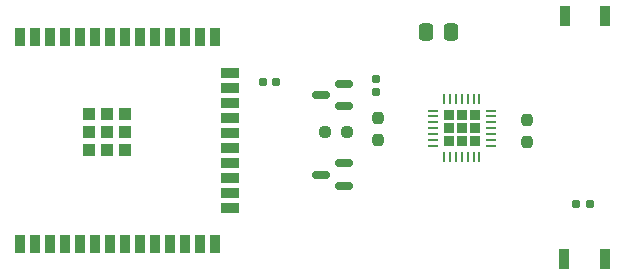
<source format=gbr>
%TF.GenerationSoftware,KiCad,Pcbnew,9.0.3*%
%TF.CreationDate,2025-08-23T20:39:02+05:00*%
%TF.ProjectId,esp-32-new,6573702d-3332-42d6-9e65-772e6b696361,rev?*%
%TF.SameCoordinates,Original*%
%TF.FileFunction,Paste,Bot*%
%TF.FilePolarity,Positive*%
%FSLAX46Y46*%
G04 Gerber Fmt 4.6, Leading zero omitted, Abs format (unit mm)*
G04 Created by KiCad (PCBNEW 9.0.3) date 2025-08-23 20:39:02*
%MOMM*%
%LPD*%
G01*
G04 APERTURE LIST*
G04 Aperture macros list*
%AMRoundRect*
0 Rectangle with rounded corners*
0 $1 Rounding radius*
0 $2 $3 $4 $5 $6 $7 $8 $9 X,Y pos of 4 corners*
0 Add a 4 corners polygon primitive as box body*
4,1,4,$2,$3,$4,$5,$6,$7,$8,$9,$2,$3,0*
0 Add four circle primitives for the rounded corners*
1,1,$1+$1,$2,$3*
1,1,$1+$1,$4,$5*
1,1,$1+$1,$6,$7*
1,1,$1+$1,$8,$9*
0 Add four rect primitives between the rounded corners*
20,1,$1+$1,$2,$3,$4,$5,0*
20,1,$1+$1,$4,$5,$6,$7,0*
20,1,$1+$1,$6,$7,$8,$9,0*
20,1,$1+$1,$8,$9,$2,$3,0*%
G04 Aperture macros list end*
%ADD10RoundRect,0.155000X0.155000X-0.212500X0.155000X0.212500X-0.155000X0.212500X-0.155000X-0.212500X0*%
%ADD11RoundRect,0.237500X-0.237500X0.250000X-0.237500X-0.250000X0.237500X-0.250000X0.237500X0.250000X0*%
%ADD12RoundRect,0.225000X-0.225000X-0.225000X0.225000X-0.225000X0.225000X0.225000X-0.225000X0.225000X0*%
%ADD13RoundRect,0.062500X-0.337500X-0.062500X0.337500X-0.062500X0.337500X0.062500X-0.337500X0.062500X0*%
%ADD14RoundRect,0.062500X-0.062500X-0.337500X0.062500X-0.337500X0.062500X0.337500X-0.062500X0.337500X0*%
%ADD15R,0.900000X1.500000*%
%ADD16R,1.500000X0.900000*%
%ADD17R,1.050000X1.050000*%
%ADD18RoundRect,0.150000X0.587500X0.150000X-0.587500X0.150000X-0.587500X-0.150000X0.587500X-0.150000X0*%
%ADD19R,0.900000X1.700000*%
%ADD20RoundRect,0.250000X0.337500X0.475000X-0.337500X0.475000X-0.337500X-0.475000X0.337500X-0.475000X0*%
%ADD21RoundRect,0.155000X0.212500X0.155000X-0.212500X0.155000X-0.212500X-0.155000X0.212500X-0.155000X0*%
%ADD22RoundRect,0.237500X0.237500X-0.250000X0.237500X0.250000X-0.237500X0.250000X-0.237500X-0.250000X0*%
%ADD23RoundRect,0.237500X0.250000X0.237500X-0.250000X0.237500X-0.250000X-0.237500X0.250000X-0.237500X0*%
G04 APERTURE END LIST*
D10*
%TO.C,C5*%
X100010000Y-105250000D03*
X100010000Y-104115000D03*
%TD*%
D11*
%TO.C,R5*%
X112840000Y-107617500D03*
X112840000Y-109442500D03*
%TD*%
D12*
%TO.C,U2*%
X106190000Y-107180000D03*
X106190000Y-108300000D03*
X106190000Y-109420000D03*
X107310000Y-107180000D03*
X107310000Y-108300000D03*
X107310000Y-109420000D03*
X108430000Y-107180000D03*
X108430000Y-108300000D03*
X108430000Y-109420000D03*
D13*
X104860000Y-109800000D03*
X104860000Y-109300000D03*
X104860000Y-108800000D03*
X104860000Y-108300000D03*
X104860000Y-107800000D03*
X104860000Y-107300000D03*
X104860000Y-106800000D03*
D14*
X105810000Y-105850000D03*
X106310000Y-105850000D03*
X106810000Y-105850000D03*
X107310000Y-105850000D03*
X107810000Y-105850000D03*
X108310000Y-105850000D03*
X108810000Y-105850000D03*
D13*
X109760000Y-106800000D03*
X109760000Y-107300000D03*
X109760000Y-107800000D03*
X109760000Y-108300000D03*
X109760000Y-108800000D03*
X109760000Y-109300000D03*
X109760000Y-109800000D03*
D14*
X108810000Y-110750000D03*
X108310000Y-110750000D03*
X107810000Y-110750000D03*
X107310000Y-110750000D03*
X106810000Y-110750000D03*
X106310000Y-110750000D03*
X105810000Y-110750000D03*
%TD*%
D15*
%TO.C,U1*%
X69925000Y-100565000D03*
X71195000Y-100565000D03*
X72465000Y-100565000D03*
X73735000Y-100565000D03*
X75005000Y-100565000D03*
X76275000Y-100565000D03*
X77545000Y-100565000D03*
X78815000Y-100565000D03*
X80085000Y-100565000D03*
X81355000Y-100565000D03*
X82625000Y-100565000D03*
X83895000Y-100565000D03*
X85165000Y-100565000D03*
X86435000Y-100565000D03*
D16*
X87685000Y-103605000D03*
X87685000Y-104875000D03*
X87685000Y-106145000D03*
X87685000Y-107415000D03*
X87685000Y-108685000D03*
X87685000Y-109955000D03*
X87685000Y-111225000D03*
X87685000Y-112495000D03*
X87685000Y-113765000D03*
X87685000Y-115035000D03*
D15*
X86435000Y-118065000D03*
X85165000Y-118065000D03*
X83895000Y-118065000D03*
X82625000Y-118065000D03*
X81355000Y-118065000D03*
X80085000Y-118065000D03*
X78815000Y-118065000D03*
X77545000Y-118065000D03*
X76275000Y-118065000D03*
X75005000Y-118065000D03*
X73735000Y-118065000D03*
X72465000Y-118065000D03*
X71195000Y-118065000D03*
X69925000Y-118065000D03*
D17*
X78790000Y-107110000D03*
X77265000Y-107110000D03*
X75740000Y-107110000D03*
X78790000Y-108635000D03*
X77265000Y-108635000D03*
X75740000Y-108635000D03*
X78790000Y-110160000D03*
X77265000Y-110160000D03*
X75740000Y-110160000D03*
%TD*%
D18*
%TO.C,Q1*%
X97297500Y-104520000D03*
X97297500Y-106420000D03*
X95422500Y-105470000D03*
%TD*%
%TO.C,Q2*%
X97297500Y-111280000D03*
X97297500Y-113180000D03*
X95422500Y-112230000D03*
%TD*%
D19*
%TO.C,SW1*%
X119400000Y-119400000D03*
X116000000Y-119400000D03*
%TD*%
D20*
%TO.C,C4*%
X106367500Y-100130000D03*
X104292500Y-100130000D03*
%TD*%
D21*
%TO.C,C8*%
X118135000Y-114680000D03*
X117000000Y-114680000D03*
%TD*%
D22*
%TO.C,R6*%
X100200000Y-109282500D03*
X100200000Y-107457500D03*
%TD*%
D23*
%TO.C,R7*%
X97592500Y-108650000D03*
X95767500Y-108650000D03*
%TD*%
D21*
%TO.C,C3*%
X91620000Y-104420000D03*
X90485000Y-104420000D03*
%TD*%
D19*
%TO.C,SW2*%
X119450000Y-98810000D03*
X116050000Y-98810000D03*
%TD*%
M02*

</source>
